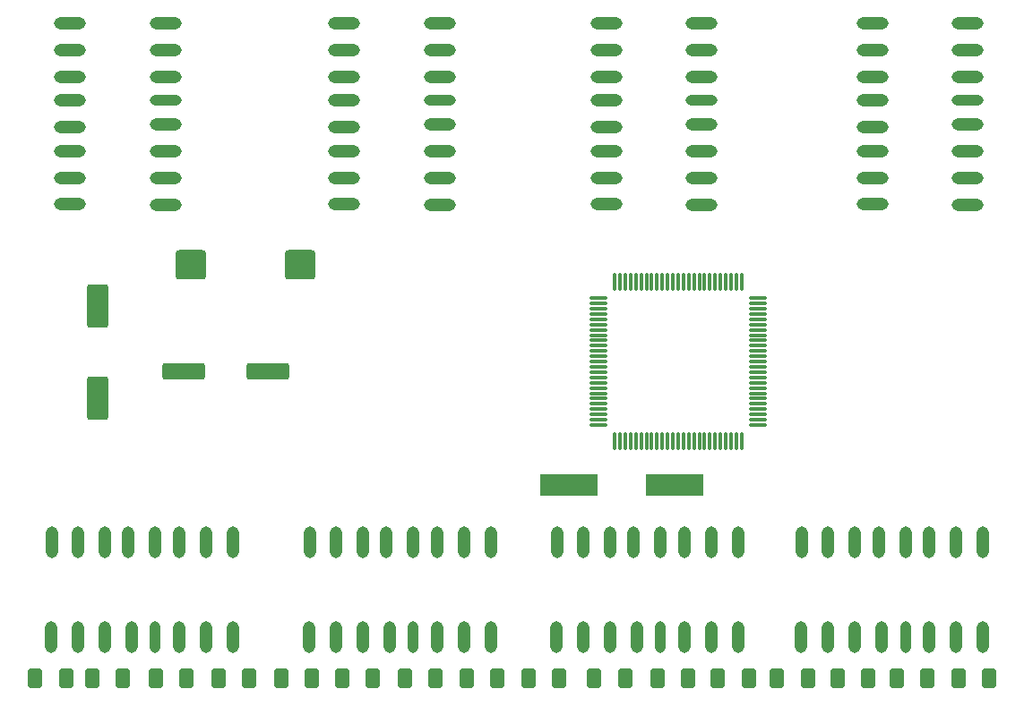
<source format=gtp>
G04 Layer_Color=8421504*
%FSLAX25Y25*%
%MOIN*%
G70*
G01*
G75*
%ADD10O,0.03937X0.11811*%
%ADD11O,0.04724X0.11811*%
%ADD12R,0.21654X0.07874*%
%ADD13O,0.11811X0.04724*%
%ADD14O,0.11811X0.03937*%
%ADD15O,0.01181X0.07087*%
%ADD16O,0.07087X0.01181*%
G04:AMPARAMS|DCode=17|XSize=70.87mil|YSize=51.18mil|CornerRadius=6.4mil|HoleSize=0mil|Usage=FLASHONLY|Rotation=90.000|XOffset=0mil|YOffset=0mil|HoleType=Round|Shape=RoundedRectangle|*
%AMROUNDEDRECTD17*
21,1,0.07087,0.03839,0,0,90.0*
21,1,0.05807,0.05118,0,0,90.0*
1,1,0.01280,0.01919,0.02904*
1,1,0.01280,0.01919,-0.02904*
1,1,0.01280,-0.01919,-0.02904*
1,1,0.01280,-0.01919,0.02904*
%
%ADD17ROUNDEDRECTD17*%
G04:AMPARAMS|DCode=18|XSize=157.48mil|YSize=62.99mil|CornerRadius=7.87mil|HoleSize=0mil|Usage=FLASHONLY|Rotation=0.000|XOffset=0mil|YOffset=0mil|HoleType=Round|Shape=RoundedRectangle|*
%AMROUNDEDRECTD18*
21,1,0.15748,0.04724,0,0,0.0*
21,1,0.14173,0.06299,0,0,0.0*
1,1,0.01575,0.07087,-0.02362*
1,1,0.01575,-0.07087,-0.02362*
1,1,0.01575,-0.07087,0.02362*
1,1,0.01575,0.07087,0.02362*
%
%ADD18ROUNDEDRECTD18*%
G04:AMPARAMS|DCode=19|XSize=78.74mil|YSize=161.42mil|CornerRadius=9.84mil|HoleSize=0mil|Usage=FLASHONLY|Rotation=180.000|XOffset=0mil|YOffset=0mil|HoleType=Round|Shape=RoundedRectangle|*
%AMROUNDEDRECTD19*
21,1,0.07874,0.14173,0,0,180.0*
21,1,0.05906,0.16142,0,0,180.0*
1,1,0.01969,-0.02953,0.07087*
1,1,0.01969,0.02953,0.07087*
1,1,0.01969,0.02953,-0.07087*
1,1,0.01969,-0.02953,-0.07087*
%
%ADD19ROUNDEDRECTD19*%
G04:AMPARAMS|DCode=20|XSize=115mil|YSize=110mil|CornerRadius=13.75mil|HoleSize=0mil|Usage=FLASHONLY|Rotation=0.000|XOffset=0mil|YOffset=0mil|HoleType=Round|Shape=RoundedRectangle|*
%AMROUNDEDRECTD20*
21,1,0.11500,0.08250,0,0,0.0*
21,1,0.08750,0.11000,0,0,0.0*
1,1,0.02750,0.04375,-0.04125*
1,1,0.02750,-0.04375,-0.04125*
1,1,0.02750,-0.04375,0.04125*
1,1,0.02750,0.04375,0.04125*
%
%ADD20ROUNDEDRECTD20*%
D10*
X68500Y61811D02*
D03*
X164500D02*
D03*
X347520D02*
D03*
X256500D02*
D03*
D11*
X77319D02*
D03*
X87319D02*
D03*
X97319D02*
D03*
X59563D02*
D03*
X49681D02*
D03*
X39681D02*
D03*
X29681D02*
D03*
X97319Y97244D02*
D03*
X87319D02*
D03*
X77319D02*
D03*
X68500D02*
D03*
X58500D02*
D03*
X49681D02*
D03*
X39681D02*
D03*
X29996D02*
D03*
X173319Y61811D02*
D03*
X183319D02*
D03*
X193319D02*
D03*
X155563D02*
D03*
X145681D02*
D03*
X135681D02*
D03*
X125681D02*
D03*
X193319Y97244D02*
D03*
X183319D02*
D03*
X173319D02*
D03*
X164500D02*
D03*
X154500D02*
D03*
X145681D02*
D03*
X135681D02*
D03*
X125996D02*
D03*
X356339Y61811D02*
D03*
X366339D02*
D03*
X376339D02*
D03*
X338583D02*
D03*
X328701D02*
D03*
X318701D02*
D03*
X308701D02*
D03*
X376339Y97244D02*
D03*
X366339D02*
D03*
X356339D02*
D03*
X347520D02*
D03*
X337520D02*
D03*
X328701D02*
D03*
X318701D02*
D03*
X309016D02*
D03*
X265319Y61811D02*
D03*
X275319D02*
D03*
X285319D02*
D03*
X247563D02*
D03*
X237681D02*
D03*
X227681D02*
D03*
X217681D02*
D03*
X285319Y97244D02*
D03*
X275319D02*
D03*
X265319D02*
D03*
X256500D02*
D03*
X246500D02*
D03*
X237681D02*
D03*
X227681D02*
D03*
X217996D02*
D03*
D12*
X222315Y118500D02*
D03*
X261685D02*
D03*
D13*
X138811Y223315D02*
D03*
Y233000D02*
D03*
Y243000D02*
D03*
Y251819D02*
D03*
Y261819D02*
D03*
Y270638D02*
D03*
Y280638D02*
D03*
Y290638D02*
D03*
X174244Y223000D02*
D03*
Y233000D02*
D03*
Y243000D02*
D03*
Y252882D02*
D03*
Y290638D02*
D03*
Y280638D02*
D03*
Y270638D02*
D03*
X36811Y223315D02*
D03*
Y233000D02*
D03*
Y243000D02*
D03*
Y251819D02*
D03*
Y261819D02*
D03*
Y270638D02*
D03*
Y280638D02*
D03*
Y290638D02*
D03*
X72244Y223000D02*
D03*
Y233000D02*
D03*
Y243000D02*
D03*
Y252882D02*
D03*
Y290638D02*
D03*
Y280638D02*
D03*
Y270638D02*
D03*
X236256Y223315D02*
D03*
Y233000D02*
D03*
Y243000D02*
D03*
Y251819D02*
D03*
Y261819D02*
D03*
Y270638D02*
D03*
Y280638D02*
D03*
Y290638D02*
D03*
X271689Y223000D02*
D03*
Y233000D02*
D03*
Y243000D02*
D03*
Y252882D02*
D03*
Y290638D02*
D03*
Y280638D02*
D03*
Y270638D02*
D03*
X335311Y223315D02*
D03*
Y233000D02*
D03*
Y243000D02*
D03*
Y251819D02*
D03*
Y261819D02*
D03*
Y270638D02*
D03*
Y280638D02*
D03*
Y290638D02*
D03*
X370744Y223000D02*
D03*
Y233000D02*
D03*
Y243000D02*
D03*
Y252882D02*
D03*
Y290638D02*
D03*
Y280638D02*
D03*
Y270638D02*
D03*
D14*
X174244Y261819D02*
D03*
X72244D02*
D03*
X271689D02*
D03*
X370744D02*
D03*
D15*
X239378Y134776D02*
D03*
X241347D02*
D03*
X243315D02*
D03*
X245284D02*
D03*
X247252D02*
D03*
X249220D02*
D03*
X251189D02*
D03*
X253157D02*
D03*
X255126D02*
D03*
X257095D02*
D03*
X259063D02*
D03*
X261032D02*
D03*
X263000D02*
D03*
X264968D02*
D03*
X266937D02*
D03*
X268905D02*
D03*
X270874D02*
D03*
X272843D02*
D03*
X274811D02*
D03*
X276780D02*
D03*
X278748D02*
D03*
X280716D02*
D03*
X282685D02*
D03*
X284653D02*
D03*
X286622D02*
D03*
Y194224D02*
D03*
X284653D02*
D03*
X282685D02*
D03*
X280716D02*
D03*
X278748D02*
D03*
X276780D02*
D03*
X274811D02*
D03*
X272843D02*
D03*
X270874D02*
D03*
X268905D02*
D03*
X266937D02*
D03*
X264968D02*
D03*
X263000D02*
D03*
X261032D02*
D03*
X259063D02*
D03*
X257095D02*
D03*
X255126D02*
D03*
X253157D02*
D03*
X251189D02*
D03*
X249220D02*
D03*
X247252D02*
D03*
X245284D02*
D03*
X243315D02*
D03*
X241347D02*
D03*
X239378D02*
D03*
D16*
X292724Y140878D02*
D03*
Y142847D02*
D03*
Y144815D02*
D03*
Y146783D02*
D03*
Y148752D02*
D03*
Y150721D02*
D03*
Y152689D02*
D03*
Y154657D02*
D03*
Y156626D02*
D03*
Y158595D02*
D03*
Y160563D02*
D03*
Y162531D02*
D03*
Y164500D02*
D03*
Y166469D02*
D03*
Y168437D02*
D03*
Y170405D02*
D03*
Y172374D02*
D03*
Y174343D02*
D03*
Y176311D02*
D03*
Y178279D02*
D03*
Y180248D02*
D03*
Y182217D02*
D03*
Y184185D02*
D03*
Y186153D02*
D03*
Y188122D02*
D03*
X233276D02*
D03*
Y186153D02*
D03*
Y184185D02*
D03*
Y182217D02*
D03*
Y180248D02*
D03*
Y178279D02*
D03*
Y176311D02*
D03*
Y174343D02*
D03*
Y172374D02*
D03*
Y170405D02*
D03*
Y168437D02*
D03*
Y166469D02*
D03*
Y164500D02*
D03*
Y162531D02*
D03*
Y160563D02*
D03*
Y158595D02*
D03*
Y156626D02*
D03*
Y154657D02*
D03*
Y152689D02*
D03*
Y150721D02*
D03*
Y148752D02*
D03*
Y146783D02*
D03*
Y144815D02*
D03*
Y142847D02*
D03*
Y140878D02*
D03*
D17*
X56500Y46500D02*
D03*
X45083D02*
D03*
X35209D02*
D03*
X23791D02*
D03*
X80000D02*
D03*
X68583D02*
D03*
X103500D02*
D03*
X92083D02*
D03*
X126709D02*
D03*
X115291D02*
D03*
X149417D02*
D03*
X138000D02*
D03*
X172709D02*
D03*
X161291D02*
D03*
X195709D02*
D03*
X184291D02*
D03*
X218709D02*
D03*
X207291D02*
D03*
X243209D02*
D03*
X231791D02*
D03*
X266709D02*
D03*
X255291D02*
D03*
X289209D02*
D03*
X277791D02*
D03*
X311209D02*
D03*
X299791D02*
D03*
X333709D02*
D03*
X322291D02*
D03*
X355709D02*
D03*
X344291D02*
D03*
X378709D02*
D03*
X367291D02*
D03*
D18*
X110500Y161000D02*
D03*
X79004D02*
D03*
D19*
X47000Y151000D02*
D03*
Y185252D02*
D03*
D20*
X122250Y200500D02*
D03*
X81750D02*
D03*
M02*

</source>
